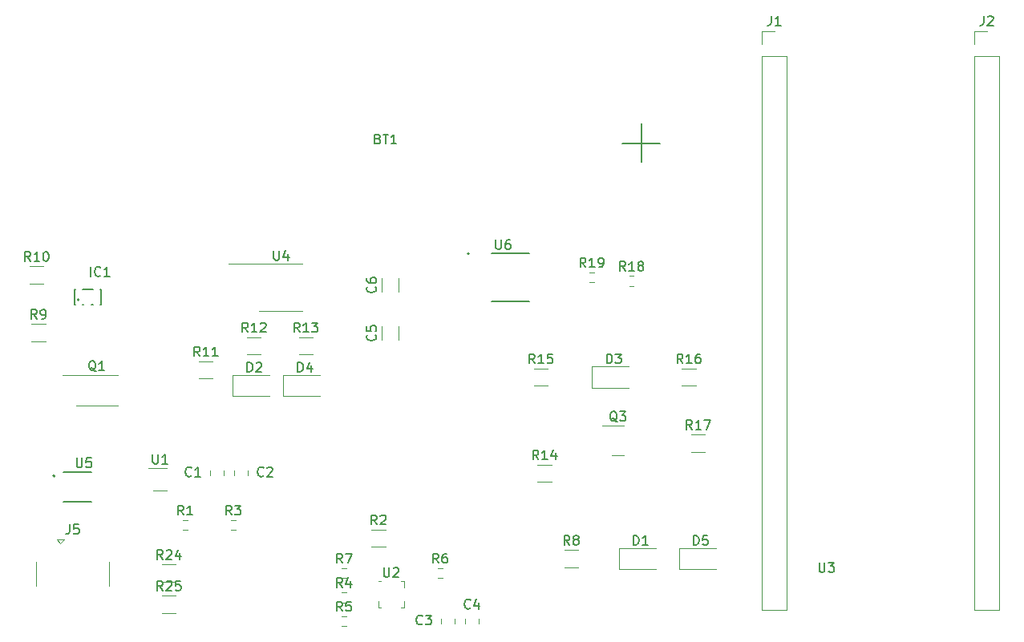
<source format=gto>
%TF.GenerationSoftware,KiCad,Pcbnew,(7.0.0)*%
%TF.CreationDate,2023-03-21T00:44:08+02:00*%
%TF.ProjectId,main_v0.6,6d61696e-5f76-4302-9e36-2e6b69636164,rev?*%
%TF.SameCoordinates,Original*%
%TF.FileFunction,Legend,Top*%
%TF.FilePolarity,Positive*%
%FSLAX46Y46*%
G04 Gerber Fmt 4.6, Leading zero omitted, Abs format (unit mm)*
G04 Created by KiCad (PCBNEW (7.0.0)) date 2023-03-21 00:44:08*
%MOMM*%
%LPD*%
G01*
G04 APERTURE LIST*
%ADD10C,0.150000*%
%ADD11C,0.120000*%
%ADD12C,0.127000*%
%ADD13C,0.200000*%
%ADD14C,0.152400*%
G04 APERTURE END LIST*
D10*
%TO.C,R17*%
X164457142Y-81351380D02*
X164123809Y-80875190D01*
X163885714Y-81351380D02*
X163885714Y-80351380D01*
X163885714Y-80351380D02*
X164266666Y-80351380D01*
X164266666Y-80351380D02*
X164361904Y-80399000D01*
X164361904Y-80399000D02*
X164409523Y-80446619D01*
X164409523Y-80446619D02*
X164457142Y-80541857D01*
X164457142Y-80541857D02*
X164457142Y-80684714D01*
X164457142Y-80684714D02*
X164409523Y-80779952D01*
X164409523Y-80779952D02*
X164361904Y-80827571D01*
X164361904Y-80827571D02*
X164266666Y-80875190D01*
X164266666Y-80875190D02*
X163885714Y-80875190D01*
X165409523Y-81351380D02*
X164838095Y-81351380D01*
X165123809Y-81351380D02*
X165123809Y-80351380D01*
X165123809Y-80351380D02*
X165028571Y-80494238D01*
X165028571Y-80494238D02*
X164933333Y-80589476D01*
X164933333Y-80589476D02*
X164838095Y-80637095D01*
X165742857Y-80351380D02*
X166409523Y-80351380D01*
X166409523Y-80351380D02*
X165980952Y-81351380D01*
%TO.C,U5*%
X99481095Y-84358380D02*
X99481095Y-85167904D01*
X99481095Y-85167904D02*
X99528714Y-85263142D01*
X99528714Y-85263142D02*
X99576333Y-85310761D01*
X99576333Y-85310761D02*
X99671571Y-85358380D01*
X99671571Y-85358380D02*
X99862047Y-85358380D01*
X99862047Y-85358380D02*
X99957285Y-85310761D01*
X99957285Y-85310761D02*
X100004904Y-85263142D01*
X100004904Y-85263142D02*
X100052523Y-85167904D01*
X100052523Y-85167904D02*
X100052523Y-84358380D01*
X101004904Y-84358380D02*
X100528714Y-84358380D01*
X100528714Y-84358380D02*
X100481095Y-84834571D01*
X100481095Y-84834571D02*
X100528714Y-84786952D01*
X100528714Y-84786952D02*
X100623952Y-84739333D01*
X100623952Y-84739333D02*
X100862047Y-84739333D01*
X100862047Y-84739333D02*
X100957285Y-84786952D01*
X100957285Y-84786952D02*
X101004904Y-84834571D01*
X101004904Y-84834571D02*
X101052523Y-84929809D01*
X101052523Y-84929809D02*
X101052523Y-85167904D01*
X101052523Y-85167904D02*
X101004904Y-85263142D01*
X101004904Y-85263142D02*
X100957285Y-85310761D01*
X100957285Y-85310761D02*
X100862047Y-85358380D01*
X100862047Y-85358380D02*
X100623952Y-85358380D01*
X100623952Y-85358380D02*
X100528714Y-85310761D01*
X100528714Y-85310761D02*
X100481095Y-85263142D01*
%TO.C,U1*%
X107508095Y-83964880D02*
X107508095Y-84774404D01*
X107508095Y-84774404D02*
X107555714Y-84869642D01*
X107555714Y-84869642D02*
X107603333Y-84917261D01*
X107603333Y-84917261D02*
X107698571Y-84964880D01*
X107698571Y-84964880D02*
X107889047Y-84964880D01*
X107889047Y-84964880D02*
X107984285Y-84917261D01*
X107984285Y-84917261D02*
X108031904Y-84869642D01*
X108031904Y-84869642D02*
X108079523Y-84774404D01*
X108079523Y-84774404D02*
X108079523Y-83964880D01*
X109079523Y-84964880D02*
X108508095Y-84964880D01*
X108793809Y-84964880D02*
X108793809Y-83964880D01*
X108793809Y-83964880D02*
X108698571Y-84107738D01*
X108698571Y-84107738D02*
X108603333Y-84202976D01*
X108603333Y-84202976D02*
X108508095Y-84250595D01*
%TO.C,R1*%
X110768333Y-90377380D02*
X110435000Y-89901190D01*
X110196905Y-90377380D02*
X110196905Y-89377380D01*
X110196905Y-89377380D02*
X110577857Y-89377380D01*
X110577857Y-89377380D02*
X110673095Y-89425000D01*
X110673095Y-89425000D02*
X110720714Y-89472619D01*
X110720714Y-89472619D02*
X110768333Y-89567857D01*
X110768333Y-89567857D02*
X110768333Y-89710714D01*
X110768333Y-89710714D02*
X110720714Y-89805952D01*
X110720714Y-89805952D02*
X110673095Y-89853571D01*
X110673095Y-89853571D02*
X110577857Y-89901190D01*
X110577857Y-89901190D02*
X110196905Y-89901190D01*
X111720714Y-90377380D02*
X111149286Y-90377380D01*
X111435000Y-90377380D02*
X111435000Y-89377380D01*
X111435000Y-89377380D02*
X111339762Y-89520238D01*
X111339762Y-89520238D02*
X111244524Y-89615476D01*
X111244524Y-89615476D02*
X111149286Y-89663095D01*
%TO.C,J1*%
X172816666Y-37677380D02*
X172816666Y-38391666D01*
X172816666Y-38391666D02*
X172769047Y-38534523D01*
X172769047Y-38534523D02*
X172673809Y-38629761D01*
X172673809Y-38629761D02*
X172530952Y-38677380D01*
X172530952Y-38677380D02*
X172435714Y-38677380D01*
X173816666Y-38677380D02*
X173245238Y-38677380D01*
X173530952Y-38677380D02*
X173530952Y-37677380D01*
X173530952Y-37677380D02*
X173435714Y-37820238D01*
X173435714Y-37820238D02*
X173340476Y-37915476D01*
X173340476Y-37915476D02*
X173245238Y-37963095D01*
%TO.C,R7*%
X127532333Y-95457380D02*
X127199000Y-94981190D01*
X126960905Y-95457380D02*
X126960905Y-94457380D01*
X126960905Y-94457380D02*
X127341857Y-94457380D01*
X127341857Y-94457380D02*
X127437095Y-94505000D01*
X127437095Y-94505000D02*
X127484714Y-94552619D01*
X127484714Y-94552619D02*
X127532333Y-94647857D01*
X127532333Y-94647857D02*
X127532333Y-94790714D01*
X127532333Y-94790714D02*
X127484714Y-94885952D01*
X127484714Y-94885952D02*
X127437095Y-94933571D01*
X127437095Y-94933571D02*
X127341857Y-94981190D01*
X127341857Y-94981190D02*
X126960905Y-94981190D01*
X127865667Y-94457380D02*
X128532333Y-94457380D01*
X128532333Y-94457380D02*
X128103762Y-95457380D01*
%TO.C,R15*%
X147851642Y-74361380D02*
X147518309Y-73885190D01*
X147280214Y-74361380D02*
X147280214Y-73361380D01*
X147280214Y-73361380D02*
X147661166Y-73361380D01*
X147661166Y-73361380D02*
X147756404Y-73409000D01*
X147756404Y-73409000D02*
X147804023Y-73456619D01*
X147804023Y-73456619D02*
X147851642Y-73551857D01*
X147851642Y-73551857D02*
X147851642Y-73694714D01*
X147851642Y-73694714D02*
X147804023Y-73789952D01*
X147804023Y-73789952D02*
X147756404Y-73837571D01*
X147756404Y-73837571D02*
X147661166Y-73885190D01*
X147661166Y-73885190D02*
X147280214Y-73885190D01*
X148804023Y-74361380D02*
X148232595Y-74361380D01*
X148518309Y-74361380D02*
X148518309Y-73361380D01*
X148518309Y-73361380D02*
X148423071Y-73504238D01*
X148423071Y-73504238D02*
X148327833Y-73599476D01*
X148327833Y-73599476D02*
X148232595Y-73647095D01*
X149708785Y-73361380D02*
X149232595Y-73361380D01*
X149232595Y-73361380D02*
X149184976Y-73837571D01*
X149184976Y-73837571D02*
X149232595Y-73789952D01*
X149232595Y-73789952D02*
X149327833Y-73742333D01*
X149327833Y-73742333D02*
X149565928Y-73742333D01*
X149565928Y-73742333D02*
X149661166Y-73789952D01*
X149661166Y-73789952D02*
X149708785Y-73837571D01*
X149708785Y-73837571D02*
X149756404Y-73932809D01*
X149756404Y-73932809D02*
X149756404Y-74170904D01*
X149756404Y-74170904D02*
X149708785Y-74266142D01*
X149708785Y-74266142D02*
X149661166Y-74313761D01*
X149661166Y-74313761D02*
X149565928Y-74361380D01*
X149565928Y-74361380D02*
X149327833Y-74361380D01*
X149327833Y-74361380D02*
X149232595Y-74313761D01*
X149232595Y-74313761D02*
X149184976Y-74266142D01*
%TO.C,R18*%
X157408142Y-64595380D02*
X157074809Y-64119190D01*
X156836714Y-64595380D02*
X156836714Y-63595380D01*
X156836714Y-63595380D02*
X157217666Y-63595380D01*
X157217666Y-63595380D02*
X157312904Y-63643000D01*
X157312904Y-63643000D02*
X157360523Y-63690619D01*
X157360523Y-63690619D02*
X157408142Y-63785857D01*
X157408142Y-63785857D02*
X157408142Y-63928714D01*
X157408142Y-63928714D02*
X157360523Y-64023952D01*
X157360523Y-64023952D02*
X157312904Y-64071571D01*
X157312904Y-64071571D02*
X157217666Y-64119190D01*
X157217666Y-64119190D02*
X156836714Y-64119190D01*
X158360523Y-64595380D02*
X157789095Y-64595380D01*
X158074809Y-64595380D02*
X158074809Y-63595380D01*
X158074809Y-63595380D02*
X157979571Y-63738238D01*
X157979571Y-63738238D02*
X157884333Y-63833476D01*
X157884333Y-63833476D02*
X157789095Y-63881095D01*
X158931952Y-64023952D02*
X158836714Y-63976333D01*
X158836714Y-63976333D02*
X158789095Y-63928714D01*
X158789095Y-63928714D02*
X158741476Y-63833476D01*
X158741476Y-63833476D02*
X158741476Y-63785857D01*
X158741476Y-63785857D02*
X158789095Y-63690619D01*
X158789095Y-63690619D02*
X158836714Y-63643000D01*
X158836714Y-63643000D02*
X158931952Y-63595380D01*
X158931952Y-63595380D02*
X159122428Y-63595380D01*
X159122428Y-63595380D02*
X159217666Y-63643000D01*
X159217666Y-63643000D02*
X159265285Y-63690619D01*
X159265285Y-63690619D02*
X159312904Y-63785857D01*
X159312904Y-63785857D02*
X159312904Y-63833476D01*
X159312904Y-63833476D02*
X159265285Y-63928714D01*
X159265285Y-63928714D02*
X159217666Y-63976333D01*
X159217666Y-63976333D02*
X159122428Y-64023952D01*
X159122428Y-64023952D02*
X158931952Y-64023952D01*
X158931952Y-64023952D02*
X158836714Y-64071571D01*
X158836714Y-64071571D02*
X158789095Y-64119190D01*
X158789095Y-64119190D02*
X158741476Y-64214428D01*
X158741476Y-64214428D02*
X158741476Y-64404904D01*
X158741476Y-64404904D02*
X158789095Y-64500142D01*
X158789095Y-64500142D02*
X158836714Y-64547761D01*
X158836714Y-64547761D02*
X158931952Y-64595380D01*
X158931952Y-64595380D02*
X159122428Y-64595380D01*
X159122428Y-64595380D02*
X159217666Y-64547761D01*
X159217666Y-64547761D02*
X159265285Y-64500142D01*
X159265285Y-64500142D02*
X159312904Y-64404904D01*
X159312904Y-64404904D02*
X159312904Y-64214428D01*
X159312904Y-64214428D02*
X159265285Y-64119190D01*
X159265285Y-64119190D02*
X159217666Y-64071571D01*
X159217666Y-64071571D02*
X159122428Y-64023952D01*
%TO.C,R24*%
X108577142Y-95067380D02*
X108243809Y-94591190D01*
X108005714Y-95067380D02*
X108005714Y-94067380D01*
X108005714Y-94067380D02*
X108386666Y-94067380D01*
X108386666Y-94067380D02*
X108481904Y-94115000D01*
X108481904Y-94115000D02*
X108529523Y-94162619D01*
X108529523Y-94162619D02*
X108577142Y-94257857D01*
X108577142Y-94257857D02*
X108577142Y-94400714D01*
X108577142Y-94400714D02*
X108529523Y-94495952D01*
X108529523Y-94495952D02*
X108481904Y-94543571D01*
X108481904Y-94543571D02*
X108386666Y-94591190D01*
X108386666Y-94591190D02*
X108005714Y-94591190D01*
X108958095Y-94162619D02*
X109005714Y-94115000D01*
X109005714Y-94115000D02*
X109100952Y-94067380D01*
X109100952Y-94067380D02*
X109339047Y-94067380D01*
X109339047Y-94067380D02*
X109434285Y-94115000D01*
X109434285Y-94115000D02*
X109481904Y-94162619D01*
X109481904Y-94162619D02*
X109529523Y-94257857D01*
X109529523Y-94257857D02*
X109529523Y-94353095D01*
X109529523Y-94353095D02*
X109481904Y-94495952D01*
X109481904Y-94495952D02*
X108910476Y-95067380D01*
X108910476Y-95067380D02*
X109529523Y-95067380D01*
X110386666Y-94400714D02*
X110386666Y-95067380D01*
X110148571Y-94019761D02*
X109910476Y-94734047D01*
X109910476Y-94734047D02*
X110529523Y-94734047D01*
%TO.C,D2*%
X117495905Y-75255380D02*
X117495905Y-74255380D01*
X117495905Y-74255380D02*
X117734000Y-74255380D01*
X117734000Y-74255380D02*
X117876857Y-74303000D01*
X117876857Y-74303000D02*
X117972095Y-74398238D01*
X117972095Y-74398238D02*
X118019714Y-74493476D01*
X118019714Y-74493476D02*
X118067333Y-74683952D01*
X118067333Y-74683952D02*
X118067333Y-74826809D01*
X118067333Y-74826809D02*
X118019714Y-75017285D01*
X118019714Y-75017285D02*
X117972095Y-75112523D01*
X117972095Y-75112523D02*
X117876857Y-75207761D01*
X117876857Y-75207761D02*
X117734000Y-75255380D01*
X117734000Y-75255380D02*
X117495905Y-75255380D01*
X118448286Y-74350619D02*
X118495905Y-74303000D01*
X118495905Y-74303000D02*
X118591143Y-74255380D01*
X118591143Y-74255380D02*
X118829238Y-74255380D01*
X118829238Y-74255380D02*
X118924476Y-74303000D01*
X118924476Y-74303000D02*
X118972095Y-74350619D01*
X118972095Y-74350619D02*
X119019714Y-74445857D01*
X119019714Y-74445857D02*
X119019714Y-74541095D01*
X119019714Y-74541095D02*
X118972095Y-74683952D01*
X118972095Y-74683952D02*
X118400667Y-75255380D01*
X118400667Y-75255380D02*
X119019714Y-75255380D01*
%TO.C,IC1*%
X100943810Y-65167380D02*
X100943810Y-64167380D01*
X101991428Y-65072142D02*
X101943809Y-65119761D01*
X101943809Y-65119761D02*
X101800952Y-65167380D01*
X101800952Y-65167380D02*
X101705714Y-65167380D01*
X101705714Y-65167380D02*
X101562857Y-65119761D01*
X101562857Y-65119761D02*
X101467619Y-65024523D01*
X101467619Y-65024523D02*
X101420000Y-64929285D01*
X101420000Y-64929285D02*
X101372381Y-64738809D01*
X101372381Y-64738809D02*
X101372381Y-64595952D01*
X101372381Y-64595952D02*
X101420000Y-64405476D01*
X101420000Y-64405476D02*
X101467619Y-64310238D01*
X101467619Y-64310238D02*
X101562857Y-64215000D01*
X101562857Y-64215000D02*
X101705714Y-64167380D01*
X101705714Y-64167380D02*
X101800952Y-64167380D01*
X101800952Y-64167380D02*
X101943809Y-64215000D01*
X101943809Y-64215000D02*
X101991428Y-64262619D01*
X102943809Y-65167380D02*
X102372381Y-65167380D01*
X102658095Y-65167380D02*
X102658095Y-64167380D01*
X102658095Y-64167380D02*
X102562857Y-64310238D01*
X102562857Y-64310238D02*
X102467619Y-64405476D01*
X102467619Y-64405476D02*
X102372381Y-64453095D01*
%TO.C,R16*%
X163476642Y-74361380D02*
X163143309Y-73885190D01*
X162905214Y-74361380D02*
X162905214Y-73361380D01*
X162905214Y-73361380D02*
X163286166Y-73361380D01*
X163286166Y-73361380D02*
X163381404Y-73409000D01*
X163381404Y-73409000D02*
X163429023Y-73456619D01*
X163429023Y-73456619D02*
X163476642Y-73551857D01*
X163476642Y-73551857D02*
X163476642Y-73694714D01*
X163476642Y-73694714D02*
X163429023Y-73789952D01*
X163429023Y-73789952D02*
X163381404Y-73837571D01*
X163381404Y-73837571D02*
X163286166Y-73885190D01*
X163286166Y-73885190D02*
X162905214Y-73885190D01*
X164429023Y-74361380D02*
X163857595Y-74361380D01*
X164143309Y-74361380D02*
X164143309Y-73361380D01*
X164143309Y-73361380D02*
X164048071Y-73504238D01*
X164048071Y-73504238D02*
X163952833Y-73599476D01*
X163952833Y-73599476D02*
X163857595Y-73647095D01*
X165286166Y-73361380D02*
X165095690Y-73361380D01*
X165095690Y-73361380D02*
X165000452Y-73409000D01*
X165000452Y-73409000D02*
X164952833Y-73456619D01*
X164952833Y-73456619D02*
X164857595Y-73599476D01*
X164857595Y-73599476D02*
X164809976Y-73789952D01*
X164809976Y-73789952D02*
X164809976Y-74170904D01*
X164809976Y-74170904D02*
X164857595Y-74266142D01*
X164857595Y-74266142D02*
X164905214Y-74313761D01*
X164905214Y-74313761D02*
X165000452Y-74361380D01*
X165000452Y-74361380D02*
X165190928Y-74361380D01*
X165190928Y-74361380D02*
X165286166Y-74313761D01*
X165286166Y-74313761D02*
X165333785Y-74266142D01*
X165333785Y-74266142D02*
X165381404Y-74170904D01*
X165381404Y-74170904D02*
X165381404Y-73932809D01*
X165381404Y-73932809D02*
X165333785Y-73837571D01*
X165333785Y-73837571D02*
X165286166Y-73789952D01*
X165286166Y-73789952D02*
X165190928Y-73742333D01*
X165190928Y-73742333D02*
X165000452Y-73742333D01*
X165000452Y-73742333D02*
X164905214Y-73789952D01*
X164905214Y-73789952D02*
X164857595Y-73837571D01*
X164857595Y-73837571D02*
X164809976Y-73932809D01*
%TO.C,R2*%
X131176333Y-91384380D02*
X130843000Y-90908190D01*
X130604905Y-91384380D02*
X130604905Y-90384380D01*
X130604905Y-90384380D02*
X130985857Y-90384380D01*
X130985857Y-90384380D02*
X131081095Y-90432000D01*
X131081095Y-90432000D02*
X131128714Y-90479619D01*
X131128714Y-90479619D02*
X131176333Y-90574857D01*
X131176333Y-90574857D02*
X131176333Y-90717714D01*
X131176333Y-90717714D02*
X131128714Y-90812952D01*
X131128714Y-90812952D02*
X131081095Y-90860571D01*
X131081095Y-90860571D02*
X130985857Y-90908190D01*
X130985857Y-90908190D02*
X130604905Y-90908190D01*
X131557286Y-90479619D02*
X131604905Y-90432000D01*
X131604905Y-90432000D02*
X131700143Y-90384380D01*
X131700143Y-90384380D02*
X131938238Y-90384380D01*
X131938238Y-90384380D02*
X132033476Y-90432000D01*
X132033476Y-90432000D02*
X132081095Y-90479619D01*
X132081095Y-90479619D02*
X132128714Y-90574857D01*
X132128714Y-90574857D02*
X132128714Y-90670095D01*
X132128714Y-90670095D02*
X132081095Y-90812952D01*
X132081095Y-90812952D02*
X131509667Y-91384380D01*
X131509667Y-91384380D02*
X132128714Y-91384380D01*
%TO.C,Q1*%
X101504761Y-75187619D02*
X101409523Y-75140000D01*
X101409523Y-75140000D02*
X101314285Y-75044761D01*
X101314285Y-75044761D02*
X101171428Y-74901904D01*
X101171428Y-74901904D02*
X101076190Y-74854285D01*
X101076190Y-74854285D02*
X100980952Y-74854285D01*
X101028571Y-75092380D02*
X100933333Y-75044761D01*
X100933333Y-75044761D02*
X100838095Y-74949523D01*
X100838095Y-74949523D02*
X100790476Y-74759047D01*
X100790476Y-74759047D02*
X100790476Y-74425714D01*
X100790476Y-74425714D02*
X100838095Y-74235238D01*
X100838095Y-74235238D02*
X100933333Y-74140000D01*
X100933333Y-74140000D02*
X101028571Y-74092380D01*
X101028571Y-74092380D02*
X101219047Y-74092380D01*
X101219047Y-74092380D02*
X101314285Y-74140000D01*
X101314285Y-74140000D02*
X101409523Y-74235238D01*
X101409523Y-74235238D02*
X101457142Y-74425714D01*
X101457142Y-74425714D02*
X101457142Y-74759047D01*
X101457142Y-74759047D02*
X101409523Y-74949523D01*
X101409523Y-74949523D02*
X101314285Y-75044761D01*
X101314285Y-75044761D02*
X101219047Y-75092380D01*
X101219047Y-75092380D02*
X101028571Y-75092380D01*
X102409523Y-75092380D02*
X101838095Y-75092380D01*
X102123809Y-75092380D02*
X102123809Y-74092380D01*
X102123809Y-74092380D02*
X102028571Y-74235238D01*
X102028571Y-74235238D02*
X101933333Y-74330476D01*
X101933333Y-74330476D02*
X101838095Y-74378095D01*
%TO.C,U4*%
X120297095Y-62454380D02*
X120297095Y-63263904D01*
X120297095Y-63263904D02*
X120344714Y-63359142D01*
X120344714Y-63359142D02*
X120392333Y-63406761D01*
X120392333Y-63406761D02*
X120487571Y-63454380D01*
X120487571Y-63454380D02*
X120678047Y-63454380D01*
X120678047Y-63454380D02*
X120773285Y-63406761D01*
X120773285Y-63406761D02*
X120820904Y-63359142D01*
X120820904Y-63359142D02*
X120868523Y-63263904D01*
X120868523Y-63263904D02*
X120868523Y-62454380D01*
X121773285Y-62787714D02*
X121773285Y-63454380D01*
X121535190Y-62406761D02*
X121297095Y-63121047D01*
X121297095Y-63121047D02*
X121916142Y-63121047D01*
%TO.C,D3*%
X155438905Y-74361380D02*
X155438905Y-73361380D01*
X155438905Y-73361380D02*
X155677000Y-73361380D01*
X155677000Y-73361380D02*
X155819857Y-73409000D01*
X155819857Y-73409000D02*
X155915095Y-73504238D01*
X155915095Y-73504238D02*
X155962714Y-73599476D01*
X155962714Y-73599476D02*
X156010333Y-73789952D01*
X156010333Y-73789952D02*
X156010333Y-73932809D01*
X156010333Y-73932809D02*
X155962714Y-74123285D01*
X155962714Y-74123285D02*
X155915095Y-74218523D01*
X155915095Y-74218523D02*
X155819857Y-74313761D01*
X155819857Y-74313761D02*
X155677000Y-74361380D01*
X155677000Y-74361380D02*
X155438905Y-74361380D01*
X156343667Y-73361380D02*
X156962714Y-73361380D01*
X156962714Y-73361380D02*
X156629381Y-73742333D01*
X156629381Y-73742333D02*
X156772238Y-73742333D01*
X156772238Y-73742333D02*
X156867476Y-73789952D01*
X156867476Y-73789952D02*
X156915095Y-73837571D01*
X156915095Y-73837571D02*
X156962714Y-73932809D01*
X156962714Y-73932809D02*
X156962714Y-74170904D01*
X156962714Y-74170904D02*
X156915095Y-74266142D01*
X156915095Y-74266142D02*
X156867476Y-74313761D01*
X156867476Y-74313761D02*
X156772238Y-74361380D01*
X156772238Y-74361380D02*
X156486524Y-74361380D01*
X156486524Y-74361380D02*
X156391286Y-74313761D01*
X156391286Y-74313761D02*
X156343667Y-74266142D01*
%TO.C,R11*%
X112473642Y-73604380D02*
X112140309Y-73128190D01*
X111902214Y-73604380D02*
X111902214Y-72604380D01*
X111902214Y-72604380D02*
X112283166Y-72604380D01*
X112283166Y-72604380D02*
X112378404Y-72652000D01*
X112378404Y-72652000D02*
X112426023Y-72699619D01*
X112426023Y-72699619D02*
X112473642Y-72794857D01*
X112473642Y-72794857D02*
X112473642Y-72937714D01*
X112473642Y-72937714D02*
X112426023Y-73032952D01*
X112426023Y-73032952D02*
X112378404Y-73080571D01*
X112378404Y-73080571D02*
X112283166Y-73128190D01*
X112283166Y-73128190D02*
X111902214Y-73128190D01*
X113426023Y-73604380D02*
X112854595Y-73604380D01*
X113140309Y-73604380D02*
X113140309Y-72604380D01*
X113140309Y-72604380D02*
X113045071Y-72747238D01*
X113045071Y-72747238D02*
X112949833Y-72842476D01*
X112949833Y-72842476D02*
X112854595Y-72890095D01*
X114378404Y-73604380D02*
X113806976Y-73604380D01*
X114092690Y-73604380D02*
X114092690Y-72604380D01*
X114092690Y-72604380D02*
X113997452Y-72747238D01*
X113997452Y-72747238D02*
X113902214Y-72842476D01*
X113902214Y-72842476D02*
X113806976Y-72890095D01*
%TO.C,C3*%
X135977333Y-101872142D02*
X135929714Y-101919761D01*
X135929714Y-101919761D02*
X135786857Y-101967380D01*
X135786857Y-101967380D02*
X135691619Y-101967380D01*
X135691619Y-101967380D02*
X135548762Y-101919761D01*
X135548762Y-101919761D02*
X135453524Y-101824523D01*
X135453524Y-101824523D02*
X135405905Y-101729285D01*
X135405905Y-101729285D02*
X135358286Y-101538809D01*
X135358286Y-101538809D02*
X135358286Y-101395952D01*
X135358286Y-101395952D02*
X135405905Y-101205476D01*
X135405905Y-101205476D02*
X135453524Y-101110238D01*
X135453524Y-101110238D02*
X135548762Y-101015000D01*
X135548762Y-101015000D02*
X135691619Y-100967380D01*
X135691619Y-100967380D02*
X135786857Y-100967380D01*
X135786857Y-100967380D02*
X135929714Y-101015000D01*
X135929714Y-101015000D02*
X135977333Y-101062619D01*
X136310667Y-100967380D02*
X136929714Y-100967380D01*
X136929714Y-100967380D02*
X136596381Y-101348333D01*
X136596381Y-101348333D02*
X136739238Y-101348333D01*
X136739238Y-101348333D02*
X136834476Y-101395952D01*
X136834476Y-101395952D02*
X136882095Y-101443571D01*
X136882095Y-101443571D02*
X136929714Y-101538809D01*
X136929714Y-101538809D02*
X136929714Y-101776904D01*
X136929714Y-101776904D02*
X136882095Y-101872142D01*
X136882095Y-101872142D02*
X136834476Y-101919761D01*
X136834476Y-101919761D02*
X136739238Y-101967380D01*
X136739238Y-101967380D02*
X136453524Y-101967380D01*
X136453524Y-101967380D02*
X136358286Y-101919761D01*
X136358286Y-101919761D02*
X136310667Y-101872142D01*
%TO.C,C5*%
X131010142Y-71335666D02*
X131057761Y-71383285D01*
X131057761Y-71383285D02*
X131105380Y-71526142D01*
X131105380Y-71526142D02*
X131105380Y-71621380D01*
X131105380Y-71621380D02*
X131057761Y-71764237D01*
X131057761Y-71764237D02*
X130962523Y-71859475D01*
X130962523Y-71859475D02*
X130867285Y-71907094D01*
X130867285Y-71907094D02*
X130676809Y-71954713D01*
X130676809Y-71954713D02*
X130533952Y-71954713D01*
X130533952Y-71954713D02*
X130343476Y-71907094D01*
X130343476Y-71907094D02*
X130248238Y-71859475D01*
X130248238Y-71859475D02*
X130153000Y-71764237D01*
X130153000Y-71764237D02*
X130105380Y-71621380D01*
X130105380Y-71621380D02*
X130105380Y-71526142D01*
X130105380Y-71526142D02*
X130153000Y-71383285D01*
X130153000Y-71383285D02*
X130200619Y-71335666D01*
X130105380Y-70430904D02*
X130105380Y-70907094D01*
X130105380Y-70907094D02*
X130581571Y-70954713D01*
X130581571Y-70954713D02*
X130533952Y-70907094D01*
X130533952Y-70907094D02*
X130486333Y-70811856D01*
X130486333Y-70811856D02*
X130486333Y-70573761D01*
X130486333Y-70573761D02*
X130533952Y-70478523D01*
X130533952Y-70478523D02*
X130581571Y-70430904D01*
X130581571Y-70430904D02*
X130676809Y-70383285D01*
X130676809Y-70383285D02*
X130914904Y-70383285D01*
X130914904Y-70383285D02*
X131010142Y-70430904D01*
X131010142Y-70430904D02*
X131057761Y-70478523D01*
X131057761Y-70478523D02*
X131105380Y-70573761D01*
X131105380Y-70573761D02*
X131105380Y-70811856D01*
X131105380Y-70811856D02*
X131057761Y-70907094D01*
X131057761Y-70907094D02*
X131010142Y-70954713D01*
%TO.C,C1*%
X111593333Y-86219642D02*
X111545714Y-86267261D01*
X111545714Y-86267261D02*
X111402857Y-86314880D01*
X111402857Y-86314880D02*
X111307619Y-86314880D01*
X111307619Y-86314880D02*
X111164762Y-86267261D01*
X111164762Y-86267261D02*
X111069524Y-86172023D01*
X111069524Y-86172023D02*
X111021905Y-86076785D01*
X111021905Y-86076785D02*
X110974286Y-85886309D01*
X110974286Y-85886309D02*
X110974286Y-85743452D01*
X110974286Y-85743452D02*
X111021905Y-85552976D01*
X111021905Y-85552976D02*
X111069524Y-85457738D01*
X111069524Y-85457738D02*
X111164762Y-85362500D01*
X111164762Y-85362500D02*
X111307619Y-85314880D01*
X111307619Y-85314880D02*
X111402857Y-85314880D01*
X111402857Y-85314880D02*
X111545714Y-85362500D01*
X111545714Y-85362500D02*
X111593333Y-85410119D01*
X112545714Y-86314880D02*
X111974286Y-86314880D01*
X112260000Y-86314880D02*
X112260000Y-85314880D01*
X112260000Y-85314880D02*
X112164762Y-85457738D01*
X112164762Y-85457738D02*
X112069524Y-85552976D01*
X112069524Y-85552976D02*
X111974286Y-85600595D01*
%TO.C,R5*%
X127532333Y-100537380D02*
X127199000Y-100061190D01*
X126960905Y-100537380D02*
X126960905Y-99537380D01*
X126960905Y-99537380D02*
X127341857Y-99537380D01*
X127341857Y-99537380D02*
X127437095Y-99585000D01*
X127437095Y-99585000D02*
X127484714Y-99632619D01*
X127484714Y-99632619D02*
X127532333Y-99727857D01*
X127532333Y-99727857D02*
X127532333Y-99870714D01*
X127532333Y-99870714D02*
X127484714Y-99965952D01*
X127484714Y-99965952D02*
X127437095Y-100013571D01*
X127437095Y-100013571D02*
X127341857Y-100061190D01*
X127341857Y-100061190D02*
X126960905Y-100061190D01*
X128437095Y-99537380D02*
X127960905Y-99537380D01*
X127960905Y-99537380D02*
X127913286Y-100013571D01*
X127913286Y-100013571D02*
X127960905Y-99965952D01*
X127960905Y-99965952D02*
X128056143Y-99918333D01*
X128056143Y-99918333D02*
X128294238Y-99918333D01*
X128294238Y-99918333D02*
X128389476Y-99965952D01*
X128389476Y-99965952D02*
X128437095Y-100013571D01*
X128437095Y-100013571D02*
X128484714Y-100108809D01*
X128484714Y-100108809D02*
X128484714Y-100346904D01*
X128484714Y-100346904D02*
X128437095Y-100442142D01*
X128437095Y-100442142D02*
X128389476Y-100489761D01*
X128389476Y-100489761D02*
X128294238Y-100537380D01*
X128294238Y-100537380D02*
X128056143Y-100537380D01*
X128056143Y-100537380D02*
X127960905Y-100489761D01*
X127960905Y-100489761D02*
X127913286Y-100442142D01*
%TO.C,R4*%
X127532333Y-98027380D02*
X127199000Y-97551190D01*
X126960905Y-98027380D02*
X126960905Y-97027380D01*
X126960905Y-97027380D02*
X127341857Y-97027380D01*
X127341857Y-97027380D02*
X127437095Y-97075000D01*
X127437095Y-97075000D02*
X127484714Y-97122619D01*
X127484714Y-97122619D02*
X127532333Y-97217857D01*
X127532333Y-97217857D02*
X127532333Y-97360714D01*
X127532333Y-97360714D02*
X127484714Y-97455952D01*
X127484714Y-97455952D02*
X127437095Y-97503571D01*
X127437095Y-97503571D02*
X127341857Y-97551190D01*
X127341857Y-97551190D02*
X126960905Y-97551190D01*
X128389476Y-97360714D02*
X128389476Y-98027380D01*
X128151381Y-96979761D02*
X127913286Y-97694047D01*
X127913286Y-97694047D02*
X128532333Y-97694047D01*
%TO.C,U3*%
X177888906Y-95406114D02*
X177888906Y-96216779D01*
X177888906Y-96216779D02*
X177936592Y-96312151D01*
X177936592Y-96312151D02*
X177984279Y-96359837D01*
X177984279Y-96359837D02*
X178079651Y-96407523D01*
X178079651Y-96407523D02*
X178270395Y-96407523D01*
X178270395Y-96407523D02*
X178365768Y-96359837D01*
X178365768Y-96359837D02*
X178413454Y-96312151D01*
X178413454Y-96312151D02*
X178461140Y-96216779D01*
X178461140Y-96216779D02*
X178461140Y-95406114D01*
X178842629Y-95406114D02*
X179462549Y-95406114D01*
X179462549Y-95406114D02*
X179128746Y-95787604D01*
X179128746Y-95787604D02*
X179271804Y-95787604D01*
X179271804Y-95787604D02*
X179367177Y-95835290D01*
X179367177Y-95835290D02*
X179414863Y-95882976D01*
X179414863Y-95882976D02*
X179462549Y-95978348D01*
X179462549Y-95978348D02*
X179462549Y-96216779D01*
X179462549Y-96216779D02*
X179414863Y-96312151D01*
X179414863Y-96312151D02*
X179367177Y-96359837D01*
X179367177Y-96359837D02*
X179271804Y-96407523D01*
X179271804Y-96407523D02*
X178985687Y-96407523D01*
X178985687Y-96407523D02*
X178890315Y-96359837D01*
X178890315Y-96359837D02*
X178842629Y-96312151D01*
%TO.C,D1*%
X158265905Y-93543380D02*
X158265905Y-92543380D01*
X158265905Y-92543380D02*
X158504000Y-92543380D01*
X158504000Y-92543380D02*
X158646857Y-92591000D01*
X158646857Y-92591000D02*
X158742095Y-92686238D01*
X158742095Y-92686238D02*
X158789714Y-92781476D01*
X158789714Y-92781476D02*
X158837333Y-92971952D01*
X158837333Y-92971952D02*
X158837333Y-93114809D01*
X158837333Y-93114809D02*
X158789714Y-93305285D01*
X158789714Y-93305285D02*
X158742095Y-93400523D01*
X158742095Y-93400523D02*
X158646857Y-93495761D01*
X158646857Y-93495761D02*
X158504000Y-93543380D01*
X158504000Y-93543380D02*
X158265905Y-93543380D01*
X159789714Y-93543380D02*
X159218286Y-93543380D01*
X159504000Y-93543380D02*
X159504000Y-92543380D01*
X159504000Y-92543380D02*
X159408762Y-92686238D01*
X159408762Y-92686238D02*
X159313524Y-92781476D01*
X159313524Y-92781476D02*
X159218286Y-92829095D01*
%TO.C,R3*%
X115848333Y-90377380D02*
X115515000Y-89901190D01*
X115276905Y-90377380D02*
X115276905Y-89377380D01*
X115276905Y-89377380D02*
X115657857Y-89377380D01*
X115657857Y-89377380D02*
X115753095Y-89425000D01*
X115753095Y-89425000D02*
X115800714Y-89472619D01*
X115800714Y-89472619D02*
X115848333Y-89567857D01*
X115848333Y-89567857D02*
X115848333Y-89710714D01*
X115848333Y-89710714D02*
X115800714Y-89805952D01*
X115800714Y-89805952D02*
X115753095Y-89853571D01*
X115753095Y-89853571D02*
X115657857Y-89901190D01*
X115657857Y-89901190D02*
X115276905Y-89901190D01*
X116181667Y-89377380D02*
X116800714Y-89377380D01*
X116800714Y-89377380D02*
X116467381Y-89758333D01*
X116467381Y-89758333D02*
X116610238Y-89758333D01*
X116610238Y-89758333D02*
X116705476Y-89805952D01*
X116705476Y-89805952D02*
X116753095Y-89853571D01*
X116753095Y-89853571D02*
X116800714Y-89948809D01*
X116800714Y-89948809D02*
X116800714Y-90186904D01*
X116800714Y-90186904D02*
X116753095Y-90282142D01*
X116753095Y-90282142D02*
X116705476Y-90329761D01*
X116705476Y-90329761D02*
X116610238Y-90377380D01*
X116610238Y-90377380D02*
X116324524Y-90377380D01*
X116324524Y-90377380D02*
X116229286Y-90329761D01*
X116229286Y-90329761D02*
X116181667Y-90282142D01*
%TO.C,R10*%
X94607142Y-63571380D02*
X94273809Y-63095190D01*
X94035714Y-63571380D02*
X94035714Y-62571380D01*
X94035714Y-62571380D02*
X94416666Y-62571380D01*
X94416666Y-62571380D02*
X94511904Y-62619000D01*
X94511904Y-62619000D02*
X94559523Y-62666619D01*
X94559523Y-62666619D02*
X94607142Y-62761857D01*
X94607142Y-62761857D02*
X94607142Y-62904714D01*
X94607142Y-62904714D02*
X94559523Y-62999952D01*
X94559523Y-62999952D02*
X94511904Y-63047571D01*
X94511904Y-63047571D02*
X94416666Y-63095190D01*
X94416666Y-63095190D02*
X94035714Y-63095190D01*
X95559523Y-63571380D02*
X94988095Y-63571380D01*
X95273809Y-63571380D02*
X95273809Y-62571380D01*
X95273809Y-62571380D02*
X95178571Y-62714238D01*
X95178571Y-62714238D02*
X95083333Y-62809476D01*
X95083333Y-62809476D02*
X94988095Y-62857095D01*
X96178571Y-62571380D02*
X96273809Y-62571380D01*
X96273809Y-62571380D02*
X96369047Y-62619000D01*
X96369047Y-62619000D02*
X96416666Y-62666619D01*
X96416666Y-62666619D02*
X96464285Y-62761857D01*
X96464285Y-62761857D02*
X96511904Y-62952333D01*
X96511904Y-62952333D02*
X96511904Y-63190428D01*
X96511904Y-63190428D02*
X96464285Y-63380904D01*
X96464285Y-63380904D02*
X96416666Y-63476142D01*
X96416666Y-63476142D02*
X96369047Y-63523761D01*
X96369047Y-63523761D02*
X96273809Y-63571380D01*
X96273809Y-63571380D02*
X96178571Y-63571380D01*
X96178571Y-63571380D02*
X96083333Y-63523761D01*
X96083333Y-63523761D02*
X96035714Y-63476142D01*
X96035714Y-63476142D02*
X95988095Y-63380904D01*
X95988095Y-63380904D02*
X95940476Y-63190428D01*
X95940476Y-63190428D02*
X95940476Y-62952333D01*
X95940476Y-62952333D02*
X95988095Y-62761857D01*
X95988095Y-62761857D02*
X96035714Y-62666619D01*
X96035714Y-62666619D02*
X96083333Y-62619000D01*
X96083333Y-62619000D02*
X96178571Y-62571380D01*
%TO.C,J2*%
X195246666Y-37677380D02*
X195246666Y-38391666D01*
X195246666Y-38391666D02*
X195199047Y-38534523D01*
X195199047Y-38534523D02*
X195103809Y-38629761D01*
X195103809Y-38629761D02*
X194960952Y-38677380D01*
X194960952Y-38677380D02*
X194865714Y-38677380D01*
X195675238Y-37772619D02*
X195722857Y-37725000D01*
X195722857Y-37725000D02*
X195818095Y-37677380D01*
X195818095Y-37677380D02*
X196056190Y-37677380D01*
X196056190Y-37677380D02*
X196151428Y-37725000D01*
X196151428Y-37725000D02*
X196199047Y-37772619D01*
X196199047Y-37772619D02*
X196246666Y-37867857D01*
X196246666Y-37867857D02*
X196246666Y-37963095D01*
X196246666Y-37963095D02*
X196199047Y-38105952D01*
X196199047Y-38105952D02*
X195627619Y-38677380D01*
X195627619Y-38677380D02*
X196246666Y-38677380D01*
%TO.C,R13*%
X123018642Y-71064380D02*
X122685309Y-70588190D01*
X122447214Y-71064380D02*
X122447214Y-70064380D01*
X122447214Y-70064380D02*
X122828166Y-70064380D01*
X122828166Y-70064380D02*
X122923404Y-70112000D01*
X122923404Y-70112000D02*
X122971023Y-70159619D01*
X122971023Y-70159619D02*
X123018642Y-70254857D01*
X123018642Y-70254857D02*
X123018642Y-70397714D01*
X123018642Y-70397714D02*
X122971023Y-70492952D01*
X122971023Y-70492952D02*
X122923404Y-70540571D01*
X122923404Y-70540571D02*
X122828166Y-70588190D01*
X122828166Y-70588190D02*
X122447214Y-70588190D01*
X123971023Y-71064380D02*
X123399595Y-71064380D01*
X123685309Y-71064380D02*
X123685309Y-70064380D01*
X123685309Y-70064380D02*
X123590071Y-70207238D01*
X123590071Y-70207238D02*
X123494833Y-70302476D01*
X123494833Y-70302476D02*
X123399595Y-70350095D01*
X124304357Y-70064380D02*
X124923404Y-70064380D01*
X124923404Y-70064380D02*
X124590071Y-70445333D01*
X124590071Y-70445333D02*
X124732928Y-70445333D01*
X124732928Y-70445333D02*
X124828166Y-70492952D01*
X124828166Y-70492952D02*
X124875785Y-70540571D01*
X124875785Y-70540571D02*
X124923404Y-70635809D01*
X124923404Y-70635809D02*
X124923404Y-70873904D01*
X124923404Y-70873904D02*
X124875785Y-70969142D01*
X124875785Y-70969142D02*
X124828166Y-71016761D01*
X124828166Y-71016761D02*
X124732928Y-71064380D01*
X124732928Y-71064380D02*
X124447214Y-71064380D01*
X124447214Y-71064380D02*
X124351976Y-71016761D01*
X124351976Y-71016761D02*
X124304357Y-70969142D01*
%TO.C,R14*%
X148236642Y-84521380D02*
X147903309Y-84045190D01*
X147665214Y-84521380D02*
X147665214Y-83521380D01*
X147665214Y-83521380D02*
X148046166Y-83521380D01*
X148046166Y-83521380D02*
X148141404Y-83569000D01*
X148141404Y-83569000D02*
X148189023Y-83616619D01*
X148189023Y-83616619D02*
X148236642Y-83711857D01*
X148236642Y-83711857D02*
X148236642Y-83854714D01*
X148236642Y-83854714D02*
X148189023Y-83949952D01*
X148189023Y-83949952D02*
X148141404Y-83997571D01*
X148141404Y-83997571D02*
X148046166Y-84045190D01*
X148046166Y-84045190D02*
X147665214Y-84045190D01*
X149189023Y-84521380D02*
X148617595Y-84521380D01*
X148903309Y-84521380D02*
X148903309Y-83521380D01*
X148903309Y-83521380D02*
X148808071Y-83664238D01*
X148808071Y-83664238D02*
X148712833Y-83759476D01*
X148712833Y-83759476D02*
X148617595Y-83807095D01*
X150046166Y-83854714D02*
X150046166Y-84521380D01*
X149808071Y-83473761D02*
X149569976Y-84188047D01*
X149569976Y-84188047D02*
X150189023Y-84188047D01*
%TO.C,U6*%
X143731095Y-61308380D02*
X143731095Y-62117904D01*
X143731095Y-62117904D02*
X143778714Y-62213142D01*
X143778714Y-62213142D02*
X143826333Y-62260761D01*
X143826333Y-62260761D02*
X143921571Y-62308380D01*
X143921571Y-62308380D02*
X144112047Y-62308380D01*
X144112047Y-62308380D02*
X144207285Y-62260761D01*
X144207285Y-62260761D02*
X144254904Y-62213142D01*
X144254904Y-62213142D02*
X144302523Y-62117904D01*
X144302523Y-62117904D02*
X144302523Y-61308380D01*
X145207285Y-61308380D02*
X145016809Y-61308380D01*
X145016809Y-61308380D02*
X144921571Y-61356000D01*
X144921571Y-61356000D02*
X144873952Y-61403619D01*
X144873952Y-61403619D02*
X144778714Y-61546476D01*
X144778714Y-61546476D02*
X144731095Y-61736952D01*
X144731095Y-61736952D02*
X144731095Y-62117904D01*
X144731095Y-62117904D02*
X144778714Y-62213142D01*
X144778714Y-62213142D02*
X144826333Y-62260761D01*
X144826333Y-62260761D02*
X144921571Y-62308380D01*
X144921571Y-62308380D02*
X145112047Y-62308380D01*
X145112047Y-62308380D02*
X145207285Y-62260761D01*
X145207285Y-62260761D02*
X145254904Y-62213142D01*
X145254904Y-62213142D02*
X145302523Y-62117904D01*
X145302523Y-62117904D02*
X145302523Y-61879809D01*
X145302523Y-61879809D02*
X145254904Y-61784571D01*
X145254904Y-61784571D02*
X145207285Y-61736952D01*
X145207285Y-61736952D02*
X145112047Y-61689333D01*
X145112047Y-61689333D02*
X144921571Y-61689333D01*
X144921571Y-61689333D02*
X144826333Y-61736952D01*
X144826333Y-61736952D02*
X144778714Y-61784571D01*
X144778714Y-61784571D02*
X144731095Y-61879809D01*
%TO.C,R25*%
X108577142Y-98357380D02*
X108243809Y-97881190D01*
X108005714Y-98357380D02*
X108005714Y-97357380D01*
X108005714Y-97357380D02*
X108386666Y-97357380D01*
X108386666Y-97357380D02*
X108481904Y-97405000D01*
X108481904Y-97405000D02*
X108529523Y-97452619D01*
X108529523Y-97452619D02*
X108577142Y-97547857D01*
X108577142Y-97547857D02*
X108577142Y-97690714D01*
X108577142Y-97690714D02*
X108529523Y-97785952D01*
X108529523Y-97785952D02*
X108481904Y-97833571D01*
X108481904Y-97833571D02*
X108386666Y-97881190D01*
X108386666Y-97881190D02*
X108005714Y-97881190D01*
X108958095Y-97452619D02*
X109005714Y-97405000D01*
X109005714Y-97405000D02*
X109100952Y-97357380D01*
X109100952Y-97357380D02*
X109339047Y-97357380D01*
X109339047Y-97357380D02*
X109434285Y-97405000D01*
X109434285Y-97405000D02*
X109481904Y-97452619D01*
X109481904Y-97452619D02*
X109529523Y-97547857D01*
X109529523Y-97547857D02*
X109529523Y-97643095D01*
X109529523Y-97643095D02*
X109481904Y-97785952D01*
X109481904Y-97785952D02*
X108910476Y-98357380D01*
X108910476Y-98357380D02*
X109529523Y-98357380D01*
X110434285Y-97357380D02*
X109958095Y-97357380D01*
X109958095Y-97357380D02*
X109910476Y-97833571D01*
X109910476Y-97833571D02*
X109958095Y-97785952D01*
X109958095Y-97785952D02*
X110053333Y-97738333D01*
X110053333Y-97738333D02*
X110291428Y-97738333D01*
X110291428Y-97738333D02*
X110386666Y-97785952D01*
X110386666Y-97785952D02*
X110434285Y-97833571D01*
X110434285Y-97833571D02*
X110481904Y-97928809D01*
X110481904Y-97928809D02*
X110481904Y-98166904D01*
X110481904Y-98166904D02*
X110434285Y-98262142D01*
X110434285Y-98262142D02*
X110386666Y-98309761D01*
X110386666Y-98309761D02*
X110291428Y-98357380D01*
X110291428Y-98357380D02*
X110053333Y-98357380D01*
X110053333Y-98357380D02*
X109958095Y-98309761D01*
X109958095Y-98309761D02*
X109910476Y-98262142D01*
%TO.C,R6*%
X137692333Y-95457380D02*
X137359000Y-94981190D01*
X137120905Y-95457380D02*
X137120905Y-94457380D01*
X137120905Y-94457380D02*
X137501857Y-94457380D01*
X137501857Y-94457380D02*
X137597095Y-94505000D01*
X137597095Y-94505000D02*
X137644714Y-94552619D01*
X137644714Y-94552619D02*
X137692333Y-94647857D01*
X137692333Y-94647857D02*
X137692333Y-94790714D01*
X137692333Y-94790714D02*
X137644714Y-94885952D01*
X137644714Y-94885952D02*
X137597095Y-94933571D01*
X137597095Y-94933571D02*
X137501857Y-94981190D01*
X137501857Y-94981190D02*
X137120905Y-94981190D01*
X138549476Y-94457380D02*
X138359000Y-94457380D01*
X138359000Y-94457380D02*
X138263762Y-94505000D01*
X138263762Y-94505000D02*
X138216143Y-94552619D01*
X138216143Y-94552619D02*
X138120905Y-94695476D01*
X138120905Y-94695476D02*
X138073286Y-94885952D01*
X138073286Y-94885952D02*
X138073286Y-95266904D01*
X138073286Y-95266904D02*
X138120905Y-95362142D01*
X138120905Y-95362142D02*
X138168524Y-95409761D01*
X138168524Y-95409761D02*
X138263762Y-95457380D01*
X138263762Y-95457380D02*
X138454238Y-95457380D01*
X138454238Y-95457380D02*
X138549476Y-95409761D01*
X138549476Y-95409761D02*
X138597095Y-95362142D01*
X138597095Y-95362142D02*
X138644714Y-95266904D01*
X138644714Y-95266904D02*
X138644714Y-95028809D01*
X138644714Y-95028809D02*
X138597095Y-94933571D01*
X138597095Y-94933571D02*
X138549476Y-94885952D01*
X138549476Y-94885952D02*
X138454238Y-94838333D01*
X138454238Y-94838333D02*
X138263762Y-94838333D01*
X138263762Y-94838333D02*
X138168524Y-94885952D01*
X138168524Y-94885952D02*
X138120905Y-94933571D01*
X138120905Y-94933571D02*
X138073286Y-95028809D01*
%TO.C,C4*%
X141057333Y-100192142D02*
X141009714Y-100239761D01*
X141009714Y-100239761D02*
X140866857Y-100287380D01*
X140866857Y-100287380D02*
X140771619Y-100287380D01*
X140771619Y-100287380D02*
X140628762Y-100239761D01*
X140628762Y-100239761D02*
X140533524Y-100144523D01*
X140533524Y-100144523D02*
X140485905Y-100049285D01*
X140485905Y-100049285D02*
X140438286Y-99858809D01*
X140438286Y-99858809D02*
X140438286Y-99715952D01*
X140438286Y-99715952D02*
X140485905Y-99525476D01*
X140485905Y-99525476D02*
X140533524Y-99430238D01*
X140533524Y-99430238D02*
X140628762Y-99335000D01*
X140628762Y-99335000D02*
X140771619Y-99287380D01*
X140771619Y-99287380D02*
X140866857Y-99287380D01*
X140866857Y-99287380D02*
X141009714Y-99335000D01*
X141009714Y-99335000D02*
X141057333Y-99382619D01*
X141914476Y-99620714D02*
X141914476Y-100287380D01*
X141676381Y-99239761D02*
X141438286Y-99954047D01*
X141438286Y-99954047D02*
X142057333Y-99954047D01*
%TO.C,R9*%
X95275833Y-69667380D02*
X94942500Y-69191190D01*
X94704405Y-69667380D02*
X94704405Y-68667380D01*
X94704405Y-68667380D02*
X95085357Y-68667380D01*
X95085357Y-68667380D02*
X95180595Y-68715000D01*
X95180595Y-68715000D02*
X95228214Y-68762619D01*
X95228214Y-68762619D02*
X95275833Y-68857857D01*
X95275833Y-68857857D02*
X95275833Y-69000714D01*
X95275833Y-69000714D02*
X95228214Y-69095952D01*
X95228214Y-69095952D02*
X95180595Y-69143571D01*
X95180595Y-69143571D02*
X95085357Y-69191190D01*
X95085357Y-69191190D02*
X94704405Y-69191190D01*
X95752024Y-69667380D02*
X95942500Y-69667380D01*
X95942500Y-69667380D02*
X96037738Y-69619761D01*
X96037738Y-69619761D02*
X96085357Y-69572142D01*
X96085357Y-69572142D02*
X96180595Y-69429285D01*
X96180595Y-69429285D02*
X96228214Y-69238809D01*
X96228214Y-69238809D02*
X96228214Y-68857857D01*
X96228214Y-68857857D02*
X96180595Y-68762619D01*
X96180595Y-68762619D02*
X96132976Y-68715000D01*
X96132976Y-68715000D02*
X96037738Y-68667380D01*
X96037738Y-68667380D02*
X95847262Y-68667380D01*
X95847262Y-68667380D02*
X95752024Y-68715000D01*
X95752024Y-68715000D02*
X95704405Y-68762619D01*
X95704405Y-68762619D02*
X95656786Y-68857857D01*
X95656786Y-68857857D02*
X95656786Y-69095952D01*
X95656786Y-69095952D02*
X95704405Y-69191190D01*
X95704405Y-69191190D02*
X95752024Y-69238809D01*
X95752024Y-69238809D02*
X95847262Y-69286428D01*
X95847262Y-69286428D02*
X96037738Y-69286428D01*
X96037738Y-69286428D02*
X96132976Y-69238809D01*
X96132976Y-69238809D02*
X96180595Y-69191190D01*
X96180595Y-69191190D02*
X96228214Y-69095952D01*
%TO.C,D5*%
X164615905Y-93543380D02*
X164615905Y-92543380D01*
X164615905Y-92543380D02*
X164854000Y-92543380D01*
X164854000Y-92543380D02*
X164996857Y-92591000D01*
X164996857Y-92591000D02*
X165092095Y-92686238D01*
X165092095Y-92686238D02*
X165139714Y-92781476D01*
X165139714Y-92781476D02*
X165187333Y-92971952D01*
X165187333Y-92971952D02*
X165187333Y-93114809D01*
X165187333Y-93114809D02*
X165139714Y-93305285D01*
X165139714Y-93305285D02*
X165092095Y-93400523D01*
X165092095Y-93400523D02*
X164996857Y-93495761D01*
X164996857Y-93495761D02*
X164854000Y-93543380D01*
X164854000Y-93543380D02*
X164615905Y-93543380D01*
X166092095Y-92543380D02*
X165615905Y-92543380D01*
X165615905Y-92543380D02*
X165568286Y-93019571D01*
X165568286Y-93019571D02*
X165615905Y-92971952D01*
X165615905Y-92971952D02*
X165711143Y-92924333D01*
X165711143Y-92924333D02*
X165949238Y-92924333D01*
X165949238Y-92924333D02*
X166044476Y-92971952D01*
X166044476Y-92971952D02*
X166092095Y-93019571D01*
X166092095Y-93019571D02*
X166139714Y-93114809D01*
X166139714Y-93114809D02*
X166139714Y-93352904D01*
X166139714Y-93352904D02*
X166092095Y-93448142D01*
X166092095Y-93448142D02*
X166044476Y-93495761D01*
X166044476Y-93495761D02*
X165949238Y-93543380D01*
X165949238Y-93543380D02*
X165711143Y-93543380D01*
X165711143Y-93543380D02*
X165615905Y-93495761D01*
X165615905Y-93495761D02*
X165568286Y-93448142D01*
%TO.C,R8*%
X151531833Y-93538380D02*
X151198500Y-93062190D01*
X150960405Y-93538380D02*
X150960405Y-92538380D01*
X150960405Y-92538380D02*
X151341357Y-92538380D01*
X151341357Y-92538380D02*
X151436595Y-92586000D01*
X151436595Y-92586000D02*
X151484214Y-92633619D01*
X151484214Y-92633619D02*
X151531833Y-92728857D01*
X151531833Y-92728857D02*
X151531833Y-92871714D01*
X151531833Y-92871714D02*
X151484214Y-92966952D01*
X151484214Y-92966952D02*
X151436595Y-93014571D01*
X151436595Y-93014571D02*
X151341357Y-93062190D01*
X151341357Y-93062190D02*
X150960405Y-93062190D01*
X152103262Y-92966952D02*
X152008024Y-92919333D01*
X152008024Y-92919333D02*
X151960405Y-92871714D01*
X151960405Y-92871714D02*
X151912786Y-92776476D01*
X151912786Y-92776476D02*
X151912786Y-92728857D01*
X151912786Y-92728857D02*
X151960405Y-92633619D01*
X151960405Y-92633619D02*
X152008024Y-92586000D01*
X152008024Y-92586000D02*
X152103262Y-92538380D01*
X152103262Y-92538380D02*
X152293738Y-92538380D01*
X152293738Y-92538380D02*
X152388976Y-92586000D01*
X152388976Y-92586000D02*
X152436595Y-92633619D01*
X152436595Y-92633619D02*
X152484214Y-92728857D01*
X152484214Y-92728857D02*
X152484214Y-92776476D01*
X152484214Y-92776476D02*
X152436595Y-92871714D01*
X152436595Y-92871714D02*
X152388976Y-92919333D01*
X152388976Y-92919333D02*
X152293738Y-92966952D01*
X152293738Y-92966952D02*
X152103262Y-92966952D01*
X152103262Y-92966952D02*
X152008024Y-93014571D01*
X152008024Y-93014571D02*
X151960405Y-93062190D01*
X151960405Y-93062190D02*
X151912786Y-93157428D01*
X151912786Y-93157428D02*
X151912786Y-93347904D01*
X151912786Y-93347904D02*
X151960405Y-93443142D01*
X151960405Y-93443142D02*
X152008024Y-93490761D01*
X152008024Y-93490761D02*
X152103262Y-93538380D01*
X152103262Y-93538380D02*
X152293738Y-93538380D01*
X152293738Y-93538380D02*
X152388976Y-93490761D01*
X152388976Y-93490761D02*
X152436595Y-93443142D01*
X152436595Y-93443142D02*
X152484214Y-93347904D01*
X152484214Y-93347904D02*
X152484214Y-93157428D01*
X152484214Y-93157428D02*
X152436595Y-93062190D01*
X152436595Y-93062190D02*
X152388976Y-93014571D01*
X152388976Y-93014571D02*
X152293738Y-92966952D01*
%TO.C,R19*%
X153218142Y-64215380D02*
X152884809Y-63739190D01*
X152646714Y-64215380D02*
X152646714Y-63215380D01*
X152646714Y-63215380D02*
X153027666Y-63215380D01*
X153027666Y-63215380D02*
X153122904Y-63263000D01*
X153122904Y-63263000D02*
X153170523Y-63310619D01*
X153170523Y-63310619D02*
X153218142Y-63405857D01*
X153218142Y-63405857D02*
X153218142Y-63548714D01*
X153218142Y-63548714D02*
X153170523Y-63643952D01*
X153170523Y-63643952D02*
X153122904Y-63691571D01*
X153122904Y-63691571D02*
X153027666Y-63739190D01*
X153027666Y-63739190D02*
X152646714Y-63739190D01*
X154170523Y-64215380D02*
X153599095Y-64215380D01*
X153884809Y-64215380D02*
X153884809Y-63215380D01*
X153884809Y-63215380D02*
X153789571Y-63358238D01*
X153789571Y-63358238D02*
X153694333Y-63453476D01*
X153694333Y-63453476D02*
X153599095Y-63501095D01*
X154646714Y-64215380D02*
X154837190Y-64215380D01*
X154837190Y-64215380D02*
X154932428Y-64167761D01*
X154932428Y-64167761D02*
X154980047Y-64120142D01*
X154980047Y-64120142D02*
X155075285Y-63977285D01*
X155075285Y-63977285D02*
X155122904Y-63786809D01*
X155122904Y-63786809D02*
X155122904Y-63405857D01*
X155122904Y-63405857D02*
X155075285Y-63310619D01*
X155075285Y-63310619D02*
X155027666Y-63263000D01*
X155027666Y-63263000D02*
X154932428Y-63215380D01*
X154932428Y-63215380D02*
X154741952Y-63215380D01*
X154741952Y-63215380D02*
X154646714Y-63263000D01*
X154646714Y-63263000D02*
X154599095Y-63310619D01*
X154599095Y-63310619D02*
X154551476Y-63405857D01*
X154551476Y-63405857D02*
X154551476Y-63643952D01*
X154551476Y-63643952D02*
X154599095Y-63739190D01*
X154599095Y-63739190D02*
X154646714Y-63786809D01*
X154646714Y-63786809D02*
X154741952Y-63834428D01*
X154741952Y-63834428D02*
X154932428Y-63834428D01*
X154932428Y-63834428D02*
X155027666Y-63786809D01*
X155027666Y-63786809D02*
X155075285Y-63739190D01*
X155075285Y-63739190D02*
X155122904Y-63643952D01*
%TO.C,U2*%
X131917095Y-95927380D02*
X131917095Y-96736904D01*
X131917095Y-96736904D02*
X131964714Y-96832142D01*
X131964714Y-96832142D02*
X132012333Y-96879761D01*
X132012333Y-96879761D02*
X132107571Y-96927380D01*
X132107571Y-96927380D02*
X132298047Y-96927380D01*
X132298047Y-96927380D02*
X132393285Y-96879761D01*
X132393285Y-96879761D02*
X132440904Y-96832142D01*
X132440904Y-96832142D02*
X132488523Y-96736904D01*
X132488523Y-96736904D02*
X132488523Y-95927380D01*
X132917095Y-96022619D02*
X132964714Y-95975000D01*
X132964714Y-95975000D02*
X133059952Y-95927380D01*
X133059952Y-95927380D02*
X133298047Y-95927380D01*
X133298047Y-95927380D02*
X133393285Y-95975000D01*
X133393285Y-95975000D02*
X133440904Y-96022619D01*
X133440904Y-96022619D02*
X133488523Y-96117857D01*
X133488523Y-96117857D02*
X133488523Y-96213095D01*
X133488523Y-96213095D02*
X133440904Y-96355952D01*
X133440904Y-96355952D02*
X132869476Y-96927380D01*
X132869476Y-96927380D02*
X133488523Y-96927380D01*
%TO.C,D4*%
X122835905Y-75255380D02*
X122835905Y-74255380D01*
X122835905Y-74255380D02*
X123074000Y-74255380D01*
X123074000Y-74255380D02*
X123216857Y-74303000D01*
X123216857Y-74303000D02*
X123312095Y-74398238D01*
X123312095Y-74398238D02*
X123359714Y-74493476D01*
X123359714Y-74493476D02*
X123407333Y-74683952D01*
X123407333Y-74683952D02*
X123407333Y-74826809D01*
X123407333Y-74826809D02*
X123359714Y-75017285D01*
X123359714Y-75017285D02*
X123312095Y-75112523D01*
X123312095Y-75112523D02*
X123216857Y-75207761D01*
X123216857Y-75207761D02*
X123074000Y-75255380D01*
X123074000Y-75255380D02*
X122835905Y-75255380D01*
X124264476Y-74588714D02*
X124264476Y-75255380D01*
X124026381Y-74207761D02*
X123788286Y-74922047D01*
X123788286Y-74922047D02*
X124407333Y-74922047D01*
%TO.C,Q3*%
X156544261Y-80546619D02*
X156449023Y-80499000D01*
X156449023Y-80499000D02*
X156353785Y-80403761D01*
X156353785Y-80403761D02*
X156210928Y-80260904D01*
X156210928Y-80260904D02*
X156115690Y-80213285D01*
X156115690Y-80213285D02*
X156020452Y-80213285D01*
X156068071Y-80451380D02*
X155972833Y-80403761D01*
X155972833Y-80403761D02*
X155877595Y-80308523D01*
X155877595Y-80308523D02*
X155829976Y-80118047D01*
X155829976Y-80118047D02*
X155829976Y-79784714D01*
X155829976Y-79784714D02*
X155877595Y-79594238D01*
X155877595Y-79594238D02*
X155972833Y-79499000D01*
X155972833Y-79499000D02*
X156068071Y-79451380D01*
X156068071Y-79451380D02*
X156258547Y-79451380D01*
X156258547Y-79451380D02*
X156353785Y-79499000D01*
X156353785Y-79499000D02*
X156449023Y-79594238D01*
X156449023Y-79594238D02*
X156496642Y-79784714D01*
X156496642Y-79784714D02*
X156496642Y-80118047D01*
X156496642Y-80118047D02*
X156449023Y-80308523D01*
X156449023Y-80308523D02*
X156353785Y-80403761D01*
X156353785Y-80403761D02*
X156258547Y-80451380D01*
X156258547Y-80451380D02*
X156068071Y-80451380D01*
X156829976Y-79451380D02*
X157449023Y-79451380D01*
X157449023Y-79451380D02*
X157115690Y-79832333D01*
X157115690Y-79832333D02*
X157258547Y-79832333D01*
X157258547Y-79832333D02*
X157353785Y-79879952D01*
X157353785Y-79879952D02*
X157401404Y-79927571D01*
X157401404Y-79927571D02*
X157449023Y-80022809D01*
X157449023Y-80022809D02*
X157449023Y-80260904D01*
X157449023Y-80260904D02*
X157401404Y-80356142D01*
X157401404Y-80356142D02*
X157353785Y-80403761D01*
X157353785Y-80403761D02*
X157258547Y-80451380D01*
X157258547Y-80451380D02*
X156972833Y-80451380D01*
X156972833Y-80451380D02*
X156877595Y-80403761D01*
X156877595Y-80403761D02*
X156829976Y-80356142D01*
%TO.C,BT1*%
X131294285Y-50643571D02*
X131437142Y-50691190D01*
X131437142Y-50691190D02*
X131484761Y-50738809D01*
X131484761Y-50738809D02*
X131532380Y-50834047D01*
X131532380Y-50834047D02*
X131532380Y-50976904D01*
X131532380Y-50976904D02*
X131484761Y-51072142D01*
X131484761Y-51072142D02*
X131437142Y-51119761D01*
X131437142Y-51119761D02*
X131341904Y-51167380D01*
X131341904Y-51167380D02*
X130960952Y-51167380D01*
X130960952Y-51167380D02*
X130960952Y-50167380D01*
X130960952Y-50167380D02*
X131294285Y-50167380D01*
X131294285Y-50167380D02*
X131389523Y-50215000D01*
X131389523Y-50215000D02*
X131437142Y-50262619D01*
X131437142Y-50262619D02*
X131484761Y-50357857D01*
X131484761Y-50357857D02*
X131484761Y-50453095D01*
X131484761Y-50453095D02*
X131437142Y-50548333D01*
X131437142Y-50548333D02*
X131389523Y-50595952D01*
X131389523Y-50595952D02*
X131294285Y-50643571D01*
X131294285Y-50643571D02*
X130960952Y-50643571D01*
X131818095Y-50167380D02*
X132389523Y-50167380D01*
X132103809Y-51167380D02*
X132103809Y-50167380D01*
X133246666Y-51167380D02*
X132675238Y-51167380D01*
X132960952Y-51167380D02*
X132960952Y-50167380D01*
X132960952Y-50167380D02*
X132865714Y-50310238D01*
X132865714Y-50310238D02*
X132770476Y-50405476D01*
X132770476Y-50405476D02*
X132675238Y-50453095D01*
%TO.C,C6*%
X131010142Y-66255666D02*
X131057761Y-66303285D01*
X131057761Y-66303285D02*
X131105380Y-66446142D01*
X131105380Y-66446142D02*
X131105380Y-66541380D01*
X131105380Y-66541380D02*
X131057761Y-66684237D01*
X131057761Y-66684237D02*
X130962523Y-66779475D01*
X130962523Y-66779475D02*
X130867285Y-66827094D01*
X130867285Y-66827094D02*
X130676809Y-66874713D01*
X130676809Y-66874713D02*
X130533952Y-66874713D01*
X130533952Y-66874713D02*
X130343476Y-66827094D01*
X130343476Y-66827094D02*
X130248238Y-66779475D01*
X130248238Y-66779475D02*
X130153000Y-66684237D01*
X130153000Y-66684237D02*
X130105380Y-66541380D01*
X130105380Y-66541380D02*
X130105380Y-66446142D01*
X130105380Y-66446142D02*
X130153000Y-66303285D01*
X130153000Y-66303285D02*
X130200619Y-66255666D01*
X130105380Y-65398523D02*
X130105380Y-65588999D01*
X130105380Y-65588999D02*
X130153000Y-65684237D01*
X130153000Y-65684237D02*
X130200619Y-65731856D01*
X130200619Y-65731856D02*
X130343476Y-65827094D01*
X130343476Y-65827094D02*
X130533952Y-65874713D01*
X130533952Y-65874713D02*
X130914904Y-65874713D01*
X130914904Y-65874713D02*
X131010142Y-65827094D01*
X131010142Y-65827094D02*
X131057761Y-65779475D01*
X131057761Y-65779475D02*
X131105380Y-65684237D01*
X131105380Y-65684237D02*
X131105380Y-65493761D01*
X131105380Y-65493761D02*
X131057761Y-65398523D01*
X131057761Y-65398523D02*
X131010142Y-65350904D01*
X131010142Y-65350904D02*
X130914904Y-65303285D01*
X130914904Y-65303285D02*
X130676809Y-65303285D01*
X130676809Y-65303285D02*
X130581571Y-65350904D01*
X130581571Y-65350904D02*
X130533952Y-65398523D01*
X130533952Y-65398523D02*
X130486333Y-65493761D01*
X130486333Y-65493761D02*
X130486333Y-65684237D01*
X130486333Y-65684237D02*
X130533952Y-65779475D01*
X130533952Y-65779475D02*
X130581571Y-65827094D01*
X130581571Y-65827094D02*
X130676809Y-65874713D01*
%TO.C,R12*%
X117553642Y-71064380D02*
X117220309Y-70588190D01*
X116982214Y-71064380D02*
X116982214Y-70064380D01*
X116982214Y-70064380D02*
X117363166Y-70064380D01*
X117363166Y-70064380D02*
X117458404Y-70112000D01*
X117458404Y-70112000D02*
X117506023Y-70159619D01*
X117506023Y-70159619D02*
X117553642Y-70254857D01*
X117553642Y-70254857D02*
X117553642Y-70397714D01*
X117553642Y-70397714D02*
X117506023Y-70492952D01*
X117506023Y-70492952D02*
X117458404Y-70540571D01*
X117458404Y-70540571D02*
X117363166Y-70588190D01*
X117363166Y-70588190D02*
X116982214Y-70588190D01*
X118506023Y-71064380D02*
X117934595Y-71064380D01*
X118220309Y-71064380D02*
X118220309Y-70064380D01*
X118220309Y-70064380D02*
X118125071Y-70207238D01*
X118125071Y-70207238D02*
X118029833Y-70302476D01*
X118029833Y-70302476D02*
X117934595Y-70350095D01*
X118886976Y-70159619D02*
X118934595Y-70112000D01*
X118934595Y-70112000D02*
X119029833Y-70064380D01*
X119029833Y-70064380D02*
X119267928Y-70064380D01*
X119267928Y-70064380D02*
X119363166Y-70112000D01*
X119363166Y-70112000D02*
X119410785Y-70159619D01*
X119410785Y-70159619D02*
X119458404Y-70254857D01*
X119458404Y-70254857D02*
X119458404Y-70350095D01*
X119458404Y-70350095D02*
X119410785Y-70492952D01*
X119410785Y-70492952D02*
X118839357Y-71064380D01*
X118839357Y-71064380D02*
X119458404Y-71064380D01*
%TO.C,J5*%
X98726666Y-91387380D02*
X98726666Y-92101666D01*
X98726666Y-92101666D02*
X98679047Y-92244523D01*
X98679047Y-92244523D02*
X98583809Y-92339761D01*
X98583809Y-92339761D02*
X98440952Y-92387380D01*
X98440952Y-92387380D02*
X98345714Y-92387380D01*
X99679047Y-91387380D02*
X99202857Y-91387380D01*
X99202857Y-91387380D02*
X99155238Y-91863571D01*
X99155238Y-91863571D02*
X99202857Y-91815952D01*
X99202857Y-91815952D02*
X99298095Y-91768333D01*
X99298095Y-91768333D02*
X99536190Y-91768333D01*
X99536190Y-91768333D02*
X99631428Y-91815952D01*
X99631428Y-91815952D02*
X99679047Y-91863571D01*
X99679047Y-91863571D02*
X99726666Y-91958809D01*
X99726666Y-91958809D02*
X99726666Y-92196904D01*
X99726666Y-92196904D02*
X99679047Y-92292142D01*
X99679047Y-92292142D02*
X99631428Y-92339761D01*
X99631428Y-92339761D02*
X99536190Y-92387380D01*
X99536190Y-92387380D02*
X99298095Y-92387380D01*
X99298095Y-92387380D02*
X99202857Y-92339761D01*
X99202857Y-92339761D02*
X99155238Y-92292142D01*
%TO.C,C2*%
X119213333Y-86219642D02*
X119165714Y-86267261D01*
X119165714Y-86267261D02*
X119022857Y-86314880D01*
X119022857Y-86314880D02*
X118927619Y-86314880D01*
X118927619Y-86314880D02*
X118784762Y-86267261D01*
X118784762Y-86267261D02*
X118689524Y-86172023D01*
X118689524Y-86172023D02*
X118641905Y-86076785D01*
X118641905Y-86076785D02*
X118594286Y-85886309D01*
X118594286Y-85886309D02*
X118594286Y-85743452D01*
X118594286Y-85743452D02*
X118641905Y-85552976D01*
X118641905Y-85552976D02*
X118689524Y-85457738D01*
X118689524Y-85457738D02*
X118784762Y-85362500D01*
X118784762Y-85362500D02*
X118927619Y-85314880D01*
X118927619Y-85314880D02*
X119022857Y-85314880D01*
X119022857Y-85314880D02*
X119165714Y-85362500D01*
X119165714Y-85362500D02*
X119213333Y-85410119D01*
X119594286Y-85410119D02*
X119641905Y-85362500D01*
X119641905Y-85362500D02*
X119737143Y-85314880D01*
X119737143Y-85314880D02*
X119975238Y-85314880D01*
X119975238Y-85314880D02*
X120070476Y-85362500D01*
X120070476Y-85362500D02*
X120118095Y-85410119D01*
X120118095Y-85410119D02*
X120165714Y-85505357D01*
X120165714Y-85505357D02*
X120165714Y-85600595D01*
X120165714Y-85600595D02*
X120118095Y-85743452D01*
X120118095Y-85743452D02*
X119546667Y-86314880D01*
X119546667Y-86314880D02*
X120165714Y-86314880D01*
D11*
%TO.C,R17*%
X164372936Y-81894000D02*
X165827064Y-81894000D01*
X164372936Y-83714000D02*
X165827064Y-83714000D01*
D12*
%TO.C,U5*%
X98068000Y-85806000D02*
X101068000Y-85806000D01*
X98068000Y-88946000D02*
X101068000Y-88946000D01*
D13*
X97193000Y-86251000D02*
G75*
G03*
X97193000Y-86251000I-100000J0D01*
G01*
D11*
%TO.C,U1*%
X107570000Y-87757500D02*
X108970000Y-87757500D01*
X108970000Y-85437500D02*
X107070000Y-85437500D01*
%TO.C,R1*%
X110697742Y-90917500D02*
X111172258Y-90917500D01*
X110697742Y-91962500D02*
X111172258Y-91962500D01*
%TO.C,J1*%
X171820000Y-39310000D02*
X173150000Y-39310000D01*
X171820000Y-40640000D02*
X171820000Y-39310000D01*
X171820000Y-41910000D02*
X171820000Y-100390000D01*
X171820000Y-41910000D02*
X174480000Y-41910000D01*
X171820000Y-100390000D02*
X174480000Y-100390000D01*
X174480000Y-41910000D02*
X174480000Y-100390000D01*
%TO.C,R7*%
X127461742Y-95997500D02*
X127936258Y-95997500D01*
X127461742Y-97042500D02*
X127936258Y-97042500D01*
%TO.C,R15*%
X147767436Y-74904000D02*
X149221564Y-74904000D01*
X147767436Y-76724000D02*
X149221564Y-76724000D01*
%TO.C,R18*%
X157813742Y-65135500D02*
X158288258Y-65135500D01*
X157813742Y-66180500D02*
X158288258Y-66180500D01*
%TO.C,R24*%
X108492936Y-95610000D02*
X109947064Y-95610000D01*
X108492936Y-97430000D02*
X109947064Y-97430000D01*
%TO.C,D2*%
X115949000Y-75573000D02*
X115949000Y-77843000D01*
X115949000Y-77843000D02*
X119834000Y-77843000D01*
X119834000Y-75573000D02*
X115949000Y-75573000D01*
D14*
%TO.C,IC1*%
X99228000Y-66530000D02*
X99322000Y-66530000D01*
X99228000Y-68150000D02*
X99228000Y-66530000D01*
X99322000Y-68150000D02*
X99228000Y-68150000D01*
X100128000Y-66530000D02*
X101172000Y-66530000D01*
X100222000Y-68150000D02*
X100128000Y-68150000D01*
X101172000Y-68150000D02*
X101078000Y-68150000D01*
X101978000Y-66530000D02*
X102072000Y-66530000D01*
X102072000Y-66530000D02*
X102072000Y-68150000D01*
X102072000Y-68150000D02*
X101978000Y-68150000D01*
D12*
X99750000Y-67640000D02*
G75*
G03*
X99750000Y-67640000I-100000J0D01*
G01*
D11*
%TO.C,R16*%
X163392436Y-74904000D02*
X164846564Y-74904000D01*
X163392436Y-76724000D02*
X164846564Y-76724000D01*
%TO.C,R2*%
X130615936Y-91927000D02*
X132070064Y-91927000D01*
X130615936Y-93747000D02*
X132070064Y-93747000D01*
%TO.C,Q1*%
X101600000Y-75565000D02*
X98000000Y-75565000D01*
X101600000Y-75565000D02*
X103800000Y-75565000D01*
X101600000Y-78785000D02*
X99400000Y-78785000D01*
X101600000Y-78785000D02*
X103800000Y-78785000D01*
%TO.C,U4*%
X121059000Y-63812000D02*
X115484000Y-63812000D01*
X121059000Y-63812000D02*
X123344000Y-63812000D01*
X121059000Y-68842000D02*
X118774000Y-68842000D01*
X121059000Y-68842000D02*
X123344000Y-68842000D01*
%TO.C,D3*%
X153892000Y-74679000D02*
X153892000Y-76949000D01*
X153892000Y-76949000D02*
X157777000Y-76949000D01*
X157777000Y-74679000D02*
X153892000Y-74679000D01*
%TO.C,R11*%
X112389436Y-74147000D02*
X113843564Y-74147000D01*
X112389436Y-75967000D02*
X113843564Y-75967000D01*
%TO.C,C3*%
X137949000Y-101861252D02*
X137949000Y-101338748D01*
X139419000Y-101861252D02*
X139419000Y-101338748D01*
%TO.C,C5*%
X131678000Y-71880252D02*
X131678000Y-70457748D01*
X133498000Y-71880252D02*
X133498000Y-70457748D01*
%TO.C,C1*%
X113565000Y-86208752D02*
X113565000Y-85686248D01*
X115035000Y-86208752D02*
X115035000Y-85686248D01*
%TO.C,R5*%
X127461742Y-101077500D02*
X127936258Y-101077500D01*
X127461742Y-102122500D02*
X127936258Y-102122500D01*
%TO.C,R4*%
X127461742Y-98567500D02*
X127936258Y-98567500D01*
X127461742Y-99612500D02*
X127936258Y-99612500D01*
%TO.C,D1*%
X156719000Y-93861000D02*
X156719000Y-96131000D01*
X156719000Y-96131000D02*
X160604000Y-96131000D01*
X160604000Y-93861000D02*
X156719000Y-93861000D01*
%TO.C,R3*%
X115777742Y-90917500D02*
X116252258Y-90917500D01*
X115777742Y-91962500D02*
X116252258Y-91962500D01*
%TO.C,R10*%
X94522936Y-64114000D02*
X95977064Y-64114000D01*
X94522936Y-65934000D02*
X95977064Y-65934000D01*
%TO.C,J2*%
X194250000Y-39310000D02*
X195580000Y-39310000D01*
X194250000Y-40640000D02*
X194250000Y-39310000D01*
X194250000Y-41910000D02*
X194250000Y-100390000D01*
X194250000Y-41910000D02*
X196910000Y-41910000D01*
X194250000Y-100390000D02*
X196910000Y-100390000D01*
X196910000Y-41910000D02*
X196910000Y-100390000D01*
%TO.C,R13*%
X122934436Y-71607000D02*
X124388564Y-71607000D01*
X122934436Y-73427000D02*
X124388564Y-73427000D01*
%TO.C,R14*%
X148152436Y-85064000D02*
X149606564Y-85064000D01*
X148152436Y-86884000D02*
X149606564Y-86884000D01*
D12*
%TO.C,U6*%
X143288000Y-62753000D02*
X147288000Y-62753000D01*
X143288000Y-67803000D02*
X147288000Y-67803000D01*
D13*
X140943000Y-62773000D02*
G75*
G03*
X140943000Y-62773000I-100000J0D01*
G01*
D11*
%TO.C,R25*%
X108492936Y-98900000D02*
X109947064Y-98900000D01*
X108492936Y-100720000D02*
X109947064Y-100720000D01*
%TO.C,R6*%
X137621742Y-95997500D02*
X138096258Y-95997500D01*
X137621742Y-97042500D02*
X138096258Y-97042500D01*
%TO.C,C4*%
X140489000Y-101861252D02*
X140489000Y-101338748D01*
X141959000Y-101861252D02*
X141959000Y-101338748D01*
%TO.C,R9*%
X94715436Y-70210000D02*
X96169564Y-70210000D01*
X94715436Y-72030000D02*
X96169564Y-72030000D01*
%TO.C,D5*%
X163069000Y-93861000D02*
X163069000Y-96131000D01*
X163069000Y-96131000D02*
X166954000Y-96131000D01*
X166954000Y-93861000D02*
X163069000Y-93861000D01*
%TO.C,R8*%
X150971436Y-94081000D02*
X152425564Y-94081000D01*
X150971436Y-95901000D02*
X152425564Y-95901000D01*
%TO.C,R19*%
X153623742Y-64755500D02*
X154098258Y-64755500D01*
X153623742Y-65800500D02*
X154098258Y-65800500D01*
%TO.C,U2*%
X131319000Y-100120000D02*
X131319000Y-99520000D01*
X131619000Y-97400000D02*
X131319000Y-97400000D01*
X131619000Y-100120000D02*
X131319000Y-100120000D01*
X133739000Y-97400000D02*
X134039000Y-97400000D01*
X133739000Y-100120000D02*
X134039000Y-100120000D01*
X134039000Y-97400000D02*
X134039000Y-98000000D01*
X134039000Y-100120000D02*
X134039000Y-99520000D01*
%TO.C,D4*%
X121289000Y-75573000D02*
X121289000Y-77843000D01*
X121289000Y-77843000D02*
X125174000Y-77843000D01*
X125174000Y-75573000D02*
X121289000Y-75573000D01*
%TO.C,Q3*%
X156639500Y-80924000D02*
X154964500Y-80924000D01*
X156639500Y-80924000D02*
X157289500Y-80924000D01*
X156639500Y-84044000D02*
X155989500Y-84044000D01*
X156639500Y-84044000D02*
X157289500Y-84044000D01*
D13*
%TO.C,BT1*%
X157105000Y-51155000D02*
X161105000Y-51155000D01*
X159105000Y-49055000D02*
X159105000Y-53055000D01*
D11*
%TO.C,C6*%
X131678000Y-66800252D02*
X131678000Y-65377748D01*
X133498000Y-66800252D02*
X133498000Y-65377748D01*
%TO.C,R12*%
X117469436Y-71607000D02*
X118923564Y-71607000D01*
X117469436Y-73427000D02*
X118923564Y-73427000D01*
%TO.C,J5*%
X95215000Y-95360000D02*
X95215000Y-97850000D01*
X97360000Y-92920000D02*
X98160000Y-92920000D01*
X97760000Y-93370000D02*
X97360000Y-92920000D01*
X98160000Y-92920000D02*
X97760000Y-93370000D01*
X102905000Y-95360000D02*
X102905000Y-97850000D01*
%TO.C,C2*%
X116105000Y-86208752D02*
X116105000Y-85686248D01*
X117575000Y-86208752D02*
X117575000Y-85686248D01*
%TD*%
M02*

</source>
